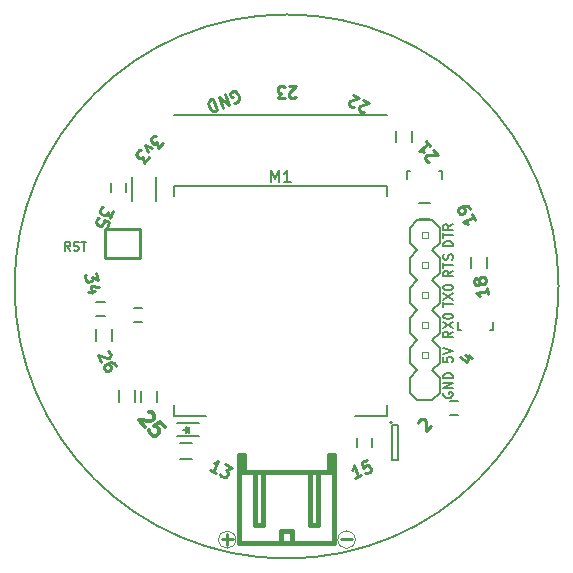
<source format=gbr>
G04 #@! TF.FileFunction,Legend,Top*
%FSLAX46Y46*%
G04 Gerber Fmt 4.6, Leading zero omitted, Abs format (unit mm)*
G04 Created by KiCad (PCBNEW (2015-01-16 BZR 5376)-product) date 27-Apr-17 6:47:25 PM*
%MOMM*%
G01*
G04 APERTURE LIST*
%ADD10C,0.100000*%
%ADD11C,0.190500*%
%ADD12C,0.250000*%
%ADD13C,0.200000*%
%ADD14C,0.300000*%
%ADD15C,0.150000*%
%ADD16C,0.254000*%
%ADD17C,0.066040*%
%ADD18C,0.203200*%
%ADD19C,0.381000*%
G04 APERTURE END LIST*
D10*
D11*
X66003715Y-141505214D02*
X65749715Y-141142357D01*
X65568287Y-141505214D02*
X65568287Y-140743214D01*
X65858572Y-140743214D01*
X65931144Y-140779500D01*
X65967429Y-140815786D01*
X66003715Y-140888357D01*
X66003715Y-140997214D01*
X65967429Y-141069786D01*
X65931144Y-141106071D01*
X65858572Y-141142357D01*
X65568287Y-141142357D01*
X66294001Y-141468929D02*
X66402858Y-141505214D01*
X66584287Y-141505214D01*
X66656858Y-141468929D01*
X66693144Y-141432643D01*
X66729429Y-141360071D01*
X66729429Y-141287500D01*
X66693144Y-141214929D01*
X66656858Y-141178643D01*
X66584287Y-141142357D01*
X66439144Y-141106071D01*
X66366572Y-141069786D01*
X66330287Y-141033500D01*
X66294001Y-140960929D01*
X66294001Y-140888357D01*
X66330287Y-140815786D01*
X66366572Y-140779500D01*
X66439144Y-140743214D01*
X66620572Y-140743214D01*
X66729429Y-140779500D01*
X66947143Y-140743214D02*
X67382572Y-140743214D01*
X67164858Y-141505214D02*
X67164858Y-140743214D01*
D10*
X90149837Y-165963600D02*
G75*
G03X90149837Y-165963600I-741837J0D01*
G01*
X80021697Y-165963600D02*
G75*
G03X80021697Y-165963600I-722897J0D01*
G01*
D12*
X78841657Y-165947714D02*
X79755943Y-165947714D01*
X79298800Y-166404857D02*
X79298800Y-165490571D01*
D13*
X97644000Y-153517523D02*
X97605905Y-153593714D01*
X97605905Y-153707999D01*
X97644000Y-153822285D01*
X97720190Y-153898476D01*
X97796381Y-153936571D01*
X97948762Y-153974666D01*
X98063048Y-153974666D01*
X98215429Y-153936571D01*
X98291619Y-153898476D01*
X98367810Y-153822285D01*
X98405905Y-153707999D01*
X98405905Y-153631809D01*
X98367810Y-153517523D01*
X98329714Y-153479428D01*
X98063048Y-153479428D01*
X98063048Y-153631809D01*
X98405905Y-153136571D02*
X97605905Y-153136571D01*
X98405905Y-152679428D01*
X97605905Y-152679428D01*
X98405905Y-152298476D02*
X97605905Y-152298476D01*
X97605905Y-152108000D01*
X97644000Y-151993714D01*
X97720190Y-151917523D01*
X97796381Y-151879428D01*
X97948762Y-151841333D01*
X98063048Y-151841333D01*
X98215429Y-151879428D01*
X98291619Y-151917523D01*
X98367810Y-151993714D01*
X98405905Y-152108000D01*
X98405905Y-152298476D01*
X97605905Y-150520380D02*
X97605905Y-150901333D01*
X97986857Y-150939428D01*
X97948762Y-150901333D01*
X97910667Y-150825142D01*
X97910667Y-150634666D01*
X97948762Y-150558476D01*
X97986857Y-150520380D01*
X98063048Y-150482285D01*
X98253524Y-150482285D01*
X98329714Y-150520380D01*
X98367810Y-150558476D01*
X98405905Y-150634666D01*
X98405905Y-150825142D01*
X98367810Y-150901333D01*
X98329714Y-150939428D01*
X97605905Y-150253714D02*
X98405905Y-149987047D01*
X97605905Y-149720380D01*
X98405905Y-148342286D02*
X98024952Y-148608953D01*
X98405905Y-148799429D02*
X97605905Y-148799429D01*
X97605905Y-148494667D01*
X97644000Y-148418476D01*
X97682095Y-148380381D01*
X97758286Y-148342286D01*
X97872571Y-148342286D01*
X97948762Y-148380381D01*
X97986857Y-148418476D01*
X98024952Y-148494667D01*
X98024952Y-148799429D01*
X97605905Y-148075619D02*
X98405905Y-147542286D01*
X97605905Y-147542286D02*
X98405905Y-148075619D01*
X97605905Y-147085143D02*
X97605905Y-147008952D01*
X97644000Y-146932762D01*
X97682095Y-146894667D01*
X97758286Y-146856571D01*
X97910667Y-146818476D01*
X98101143Y-146818476D01*
X98253524Y-146856571D01*
X98329714Y-146894667D01*
X98367810Y-146932762D01*
X98405905Y-147008952D01*
X98405905Y-147085143D01*
X98367810Y-147161333D01*
X98329714Y-147199429D01*
X98253524Y-147237524D01*
X98101143Y-147275619D01*
X97910667Y-147275619D01*
X97758286Y-147237524D01*
X97682095Y-147199429D01*
X97644000Y-147161333D01*
X97605905Y-147085143D01*
X97605905Y-146278477D02*
X97605905Y-145821334D01*
X98405905Y-146049905D02*
X97605905Y-146049905D01*
X97605905Y-145630857D02*
X98405905Y-145097524D01*
X97605905Y-145097524D02*
X98405905Y-145630857D01*
X97605905Y-144640381D02*
X97605905Y-144564190D01*
X97644000Y-144488000D01*
X97682095Y-144449905D01*
X97758286Y-144411809D01*
X97910667Y-144373714D01*
X98101143Y-144373714D01*
X98253524Y-144411809D01*
X98329714Y-144449905D01*
X98367810Y-144488000D01*
X98405905Y-144564190D01*
X98405905Y-144640381D01*
X98367810Y-144716571D01*
X98329714Y-144754667D01*
X98253524Y-144792762D01*
X98101143Y-144830857D01*
X97910667Y-144830857D01*
X97758286Y-144792762D01*
X97682095Y-144754667D01*
X97644000Y-144716571D01*
X97605905Y-144640381D01*
X98405905Y-143186095D02*
X98024952Y-143452762D01*
X98405905Y-143643238D02*
X97605905Y-143643238D01*
X97605905Y-143338476D01*
X97644000Y-143262285D01*
X97682095Y-143224190D01*
X97758286Y-143186095D01*
X97872571Y-143186095D01*
X97948762Y-143224190D01*
X97986857Y-143262285D01*
X98024952Y-143338476D01*
X98024952Y-143643238D01*
X97605905Y-142957524D02*
X97605905Y-142500381D01*
X98405905Y-142728952D02*
X97605905Y-142728952D01*
X98367810Y-142271809D02*
X98405905Y-142157523D01*
X98405905Y-141967047D01*
X98367810Y-141890857D01*
X98329714Y-141852761D01*
X98253524Y-141814666D01*
X98177333Y-141814666D01*
X98101143Y-141852761D01*
X98063048Y-141890857D01*
X98024952Y-141967047D01*
X97986857Y-142119428D01*
X97948762Y-142195619D01*
X97910667Y-142233714D01*
X97834476Y-142271809D01*
X97758286Y-142271809D01*
X97682095Y-142233714D01*
X97644000Y-142195619D01*
X97605905Y-142119428D01*
X97605905Y-141928952D01*
X97644000Y-141814666D01*
X98405905Y-141122286D02*
X97605905Y-141122286D01*
X97605905Y-140931810D01*
X97644000Y-140817524D01*
X97720190Y-140741333D01*
X97796381Y-140703238D01*
X97948762Y-140665143D01*
X98063048Y-140665143D01*
X98215429Y-140703238D01*
X98291619Y-140741333D01*
X98367810Y-140817524D01*
X98405905Y-140931810D01*
X98405905Y-141122286D01*
X97605905Y-140436572D02*
X97605905Y-139979429D01*
X98405905Y-140208000D02*
X97605905Y-140208000D01*
X98405905Y-139255619D02*
X98024952Y-139522286D01*
X98405905Y-139712762D02*
X97605905Y-139712762D01*
X97605905Y-139408000D01*
X97644000Y-139331809D01*
X97682095Y-139293714D01*
X97758286Y-139255619D01*
X97872571Y-139255619D01*
X97948762Y-139293714D01*
X97986857Y-139331809D01*
X98024952Y-139408000D01*
X98024952Y-139712762D01*
D12*
X85089905Y-128468381D02*
X85042286Y-128516000D01*
X84947048Y-128563619D01*
X84708952Y-128563619D01*
X84613714Y-128516000D01*
X84566095Y-128468381D01*
X84518476Y-128373143D01*
X84518476Y-128277905D01*
X84566095Y-128135048D01*
X85137524Y-127563619D01*
X84518476Y-127563619D01*
X84185143Y-128563619D02*
X83566095Y-128563619D01*
X83899429Y-128182667D01*
X83756571Y-128182667D01*
X83661333Y-128135048D01*
X83613714Y-128087429D01*
X83566095Y-127992190D01*
X83566095Y-127754095D01*
X83613714Y-127658857D01*
X83661333Y-127611238D01*
X83756571Y-127563619D01*
X84042286Y-127563619D01*
X84137524Y-127611238D01*
X84185143Y-127658857D01*
X90653735Y-160510246D02*
X90116767Y-160705686D01*
X90385250Y-160607966D02*
X90043230Y-159668273D01*
X90002596Y-159835088D01*
X89945674Y-159957156D01*
X89872467Y-160034477D01*
X91161913Y-159261106D02*
X90714439Y-159423973D01*
X90832559Y-159887732D01*
X90861019Y-159826698D01*
X90934227Y-159749378D01*
X91157964Y-159667944D01*
X91263745Y-159680118D01*
X91324779Y-159708578D01*
X91402100Y-159781787D01*
X91483533Y-160005523D01*
X91471359Y-160111304D01*
X91442899Y-160172338D01*
X91369691Y-160249659D01*
X91145954Y-160331092D01*
X91040173Y-160318919D01*
X90979139Y-160290458D01*
X95490088Y-156092149D02*
X95490088Y-156024805D01*
X95523760Y-155923790D01*
X95692119Y-155755431D01*
X95793134Y-155721759D01*
X95860478Y-155721759D01*
X95961493Y-155755431D01*
X96028836Y-155822774D01*
X96096180Y-155957461D01*
X96096180Y-156765584D01*
X96533913Y-156327851D01*
X99431784Y-150369720D02*
X100058246Y-150597734D01*
X98992373Y-150463164D02*
X99582149Y-150931200D01*
X99793875Y-150349485D01*
X101316584Y-144635027D02*
X101415812Y-145197775D01*
X101366198Y-144916401D02*
X100381390Y-145090050D01*
X100538615Y-145159034D01*
X100648944Y-145236287D01*
X100712377Y-145321809D01*
X100654609Y-144171508D02*
X100624251Y-144273568D01*
X100585625Y-144328733D01*
X100500103Y-144392166D01*
X100453207Y-144400435D01*
X100351147Y-144370077D01*
X100295982Y-144331451D01*
X100232549Y-144245929D01*
X100199473Y-144058345D01*
X100229831Y-143956285D01*
X100268457Y-143901121D01*
X100353979Y-143837687D01*
X100400875Y-143829418D01*
X100502935Y-143859776D01*
X100558100Y-143898403D01*
X100621533Y-143983925D01*
X100654609Y-144171508D01*
X100718042Y-144257030D01*
X100773207Y-144295657D01*
X100875268Y-144326014D01*
X101062850Y-144292938D01*
X101148372Y-144229505D01*
X101186999Y-144174340D01*
X101217357Y-144072280D01*
X101184281Y-143884697D01*
X101120847Y-143799175D01*
X101065683Y-143760548D01*
X100963623Y-143730191D01*
X100776040Y-143763267D01*
X100690517Y-143826700D01*
X100651891Y-143881865D01*
X100621533Y-143983925D01*
X100058495Y-138411445D02*
X100299991Y-138929336D01*
X100179243Y-138670391D02*
X99272936Y-139093009D01*
X99442657Y-139118950D01*
X99569222Y-139165016D01*
X99652628Y-139231206D01*
X99857248Y-137979871D02*
X99776750Y-137807241D01*
X99693343Y-137741050D01*
X99630060Y-137718017D01*
X99460339Y-137692076D01*
X99267584Y-137729417D01*
X98922324Y-137890415D01*
X98856133Y-137973822D01*
X98833100Y-138037104D01*
X98830192Y-138143543D01*
X98910691Y-138316174D01*
X98994098Y-138382364D01*
X99057380Y-138405397D01*
X99163820Y-138408305D01*
X99379607Y-138307682D01*
X99445798Y-138224275D01*
X99468831Y-138160993D01*
X99471739Y-138054553D01*
X99391240Y-137881922D01*
X99307834Y-137815732D01*
X99244551Y-137792700D01*
X99138111Y-137789791D01*
X96409199Y-133970438D02*
X96342112Y-133964569D01*
X96244416Y-133922221D01*
X96091371Y-133739829D01*
X96066631Y-133636263D01*
X96072501Y-133569176D01*
X96114848Y-133471480D01*
X96187805Y-133410262D01*
X96327848Y-133354914D01*
X97132896Y-133425346D01*
X96734980Y-132951128D01*
X96122801Y-132221562D02*
X96490108Y-132659302D01*
X96306455Y-132440432D02*
X95540410Y-133083220D01*
X95711063Y-133064350D01*
X95845237Y-133076089D01*
X95942934Y-133118436D01*
X90897486Y-129780972D02*
X90833438Y-129801782D01*
X90726962Y-129800974D01*
X90514817Y-129692881D01*
X90451578Y-129607215D01*
X90430768Y-129543167D01*
X90431576Y-129436691D01*
X90474813Y-129351833D01*
X90582098Y-129246165D01*
X91350668Y-128996442D01*
X90799092Y-128715400D01*
X90048908Y-129348600D02*
X89984861Y-129369410D01*
X89878384Y-129368602D01*
X89666239Y-129260509D01*
X89603000Y-129174843D01*
X89582190Y-129110795D01*
X89582998Y-129004319D01*
X89626235Y-128919461D01*
X89733520Y-128813793D01*
X90502090Y-128564070D01*
X89950514Y-128283028D01*
X79880966Y-128987260D02*
X79986747Y-128999434D01*
X80120988Y-128950574D01*
X80238944Y-128856966D01*
X80295865Y-128734898D01*
X80308039Y-128629117D01*
X80287640Y-128433842D01*
X80238780Y-128299599D01*
X80128886Y-128136897D01*
X80051565Y-128063689D01*
X79929498Y-128006768D01*
X79778968Y-128010881D01*
X79689474Y-128043454D01*
X79571519Y-128137062D01*
X79543058Y-128198096D01*
X79657065Y-128511326D01*
X79836054Y-128446179D01*
X79107760Y-128255181D02*
X79449780Y-129194874D01*
X78570792Y-128450621D01*
X78912812Y-129390314D01*
X78123320Y-128613488D02*
X78465340Y-129553180D01*
X78241604Y-129634614D01*
X78091075Y-129638727D01*
X77969007Y-129581806D01*
X77891687Y-129508598D01*
X77781793Y-129345896D01*
X77732932Y-129211653D01*
X77712533Y-129016377D01*
X77724707Y-128910596D01*
X77781628Y-128788529D01*
X77899584Y-128694921D01*
X78123320Y-128613488D01*
X73873019Y-132387431D02*
X73435286Y-132825164D01*
X73401615Y-132320088D01*
X73300599Y-132421104D01*
X73199584Y-132454776D01*
X73132240Y-132454776D01*
X73031224Y-132421103D01*
X72862866Y-132252745D01*
X72829194Y-132151729D01*
X72829194Y-132084386D01*
X72862866Y-131983371D01*
X73064897Y-131781340D01*
X73165912Y-131747668D01*
X73233255Y-131747668D01*
X72963882Y-132825164D02*
X72324118Y-132522118D01*
X72627164Y-133161882D01*
X72660836Y-133599615D02*
X72223102Y-134037348D01*
X72189431Y-133532271D01*
X72088416Y-133633287D01*
X71987400Y-133666959D01*
X71920057Y-133666959D01*
X71819041Y-133633286D01*
X71650683Y-133464928D01*
X71617011Y-133363913D01*
X71617011Y-133296569D01*
X71650683Y-133195554D01*
X71852714Y-132993523D01*
X71953729Y-132959851D01*
X72021072Y-132959851D01*
X69625467Y-138110593D02*
X69413740Y-138692308D01*
X69169769Y-138248783D01*
X69120909Y-138383026D01*
X69043588Y-138456233D01*
X68982555Y-138484694D01*
X68876773Y-138496868D01*
X68653036Y-138415434D01*
X68579829Y-138338114D01*
X68551368Y-138277080D01*
X68539194Y-138171299D01*
X68636914Y-137902815D01*
X68714235Y-137829607D01*
X68775269Y-137801146D01*
X69104293Y-139542506D02*
X69267160Y-139095033D01*
X68835975Y-138887419D01*
X68864435Y-138948453D01*
X68876609Y-139054234D01*
X68795176Y-139277971D01*
X68717855Y-139351179D01*
X68656821Y-139379639D01*
X68551039Y-139391813D01*
X68327303Y-139310380D01*
X68254095Y-139233059D01*
X68225635Y-139172025D01*
X68213461Y-139066244D01*
X68294894Y-138842507D01*
X68372215Y-138769299D01*
X68433249Y-138740839D01*
X68216727Y-143379681D02*
X68324224Y-143989325D01*
X67891176Y-143727206D01*
X67915983Y-143867894D01*
X67885626Y-143969954D01*
X67846999Y-144025119D01*
X67761476Y-144088552D01*
X67526998Y-144129897D01*
X67424938Y-144099539D01*
X67369774Y-144060913D01*
X67306340Y-143975391D01*
X67256726Y-143694016D01*
X67287084Y-143591956D01*
X67325710Y-143536792D01*
X68144796Y-144891328D02*
X67488257Y-145007094D01*
X68478616Y-144590698D02*
X67733836Y-144480255D01*
X67841333Y-145089898D01*
X69176001Y-149994295D02*
X69239284Y-150017328D01*
X69322690Y-150083518D01*
X69423314Y-150299306D01*
X69420406Y-150405746D01*
X69397373Y-150469028D01*
X69331183Y-150552435D01*
X69244868Y-150592684D01*
X69095271Y-150609901D01*
X68335884Y-150333507D01*
X68597505Y-150894555D01*
X69866057Y-151248772D02*
X69785558Y-151076141D01*
X69702151Y-151009951D01*
X69638869Y-150986918D01*
X69469147Y-150960977D01*
X69276393Y-150998318D01*
X68931132Y-151159316D01*
X68864942Y-151242723D01*
X68841909Y-151306005D01*
X68839001Y-151412444D01*
X68919500Y-151585075D01*
X69002907Y-151651265D01*
X69066189Y-151674298D01*
X69172628Y-151677206D01*
X69388416Y-151576583D01*
X69454607Y-151493176D01*
X69477640Y-151429894D01*
X69480548Y-151323454D01*
X69400049Y-151150823D01*
X69316642Y-151084633D01*
X69253360Y-151061600D01*
X69146919Y-151058692D01*
X78364908Y-160336600D02*
X77855761Y-160077177D01*
X78110334Y-160206888D02*
X78564325Y-159315882D01*
X78414611Y-159399931D01*
X78286516Y-159441552D01*
X78180040Y-159440743D01*
X79115900Y-159596924D02*
X79667476Y-159877966D01*
X79197525Y-160066066D01*
X79324812Y-160130922D01*
X79388051Y-160216588D01*
X79408862Y-160280635D01*
X79408053Y-160387112D01*
X79299960Y-160599257D01*
X79214294Y-160662496D01*
X79150247Y-160683306D01*
X79043770Y-160682498D01*
X78789196Y-160552786D01*
X78725957Y-160467120D01*
X78705147Y-160403072D01*
X88950857Y-165947714D02*
X89865143Y-165947714D01*
D14*
X72719001Y-155116953D02*
X72802860Y-155124290D01*
X72924981Y-155177224D01*
X73116287Y-155405214D01*
X73147211Y-155534670D01*
X73139874Y-155618530D01*
X73086940Y-155740650D01*
X72995744Y-155817172D01*
X72820689Y-155886357D01*
X71814380Y-155798317D01*
X72311776Y-156391090D01*
X73996293Y-156453965D02*
X73613682Y-155997986D01*
X73119442Y-156334999D01*
X73203301Y-156342336D01*
X73325421Y-156395272D01*
X73516727Y-156623261D01*
X73547651Y-156752717D01*
X73540314Y-156836576D01*
X73487380Y-156958697D01*
X73259390Y-157150003D01*
X73129933Y-157180927D01*
X73046074Y-157173590D01*
X72923954Y-157120656D01*
X72732649Y-156892666D01*
X72701724Y-156763209D01*
X72709060Y-156679350D01*
D15*
X107358112Y-144526000D02*
G75*
G03X107358112Y-144526000I-23030112J0D01*
G01*
D16*
X68921500Y-139656500D02*
X68921500Y-142156500D01*
X68921500Y-142156500D02*
X71921500Y-142156500D01*
X71921500Y-142156500D02*
X71921500Y-139656500D01*
X71921500Y-139656500D02*
X68921500Y-139656500D01*
D15*
X74820000Y-135998000D02*
X74820000Y-136898000D01*
X92820000Y-155498000D02*
X92820000Y-154598000D01*
X74820000Y-155498000D02*
X74820000Y-154598000D01*
X74820000Y-135998000D02*
X92820000Y-135998000D01*
X92820000Y-135998000D02*
X92820000Y-136898000D01*
X92820000Y-155498000D02*
X90120000Y-155498000D01*
X74820000Y-155498000D02*
X77520000Y-155498000D01*
X74820000Y-135998000D02*
X92820000Y-135998000D01*
X74820000Y-129998000D02*
X92820000Y-129998000D01*
D17*
X96266000Y-140462000D02*
X96266000Y-139954000D01*
X96266000Y-139954000D02*
X95758000Y-139954000D01*
X95758000Y-140462000D02*
X95758000Y-139954000D01*
X96266000Y-140462000D02*
X95758000Y-140462000D01*
X96266000Y-143002000D02*
X96266000Y-142494000D01*
X96266000Y-142494000D02*
X95758000Y-142494000D01*
X95758000Y-143002000D02*
X95758000Y-142494000D01*
X96266000Y-143002000D02*
X95758000Y-143002000D01*
X96266000Y-145542000D02*
X96266000Y-145034000D01*
X96266000Y-145034000D02*
X95758000Y-145034000D01*
X95758000Y-145542000D02*
X95758000Y-145034000D01*
X96266000Y-145542000D02*
X95758000Y-145542000D01*
X96266000Y-148082000D02*
X96266000Y-147574000D01*
X96266000Y-147574000D02*
X95758000Y-147574000D01*
X95758000Y-148082000D02*
X95758000Y-147574000D01*
X96266000Y-148082000D02*
X95758000Y-148082000D01*
X96266000Y-150622000D02*
X96266000Y-150114000D01*
X96266000Y-150114000D02*
X95758000Y-150114000D01*
X95758000Y-150622000D02*
X95758000Y-150114000D01*
X96266000Y-150622000D02*
X95758000Y-150622000D01*
D18*
X95377000Y-141478000D02*
X94742000Y-140843000D01*
X94742000Y-140843000D02*
X94742000Y-139573000D01*
X94742000Y-139573000D02*
X95377000Y-138938000D01*
X96647000Y-138938000D02*
X97282000Y-139573000D01*
X97282000Y-139573000D02*
X97282000Y-140843000D01*
X97282000Y-140843000D02*
X96647000Y-141478000D01*
X94742000Y-145923000D02*
X94742000Y-144653000D01*
X94742000Y-144653000D02*
X95377000Y-144018000D01*
X96647000Y-144018000D02*
X97282000Y-144653000D01*
X95377000Y-144018000D02*
X94742000Y-143383000D01*
X94742000Y-143383000D02*
X94742000Y-142113000D01*
X94742000Y-142113000D02*
X95377000Y-141478000D01*
X96647000Y-141478000D02*
X97282000Y-142113000D01*
X97282000Y-142113000D02*
X97282000Y-143383000D01*
X97282000Y-143383000D02*
X96647000Y-144018000D01*
X95377000Y-149098000D02*
X94742000Y-148463000D01*
X94742000Y-148463000D02*
X94742000Y-147193000D01*
X94742000Y-147193000D02*
X95377000Y-146558000D01*
X96647000Y-146558000D02*
X97282000Y-147193000D01*
X97282000Y-147193000D02*
X97282000Y-148463000D01*
X97282000Y-148463000D02*
X96647000Y-149098000D01*
X94742000Y-145923000D02*
X95377000Y-146558000D01*
X96647000Y-146558000D02*
X97282000Y-145923000D01*
X97282000Y-144653000D02*
X97282000Y-145923000D01*
X94742000Y-153543000D02*
X94742000Y-152273000D01*
X94742000Y-152273000D02*
X95377000Y-151638000D01*
X96647000Y-151638000D02*
X97282000Y-152273000D01*
X95377000Y-151638000D02*
X94742000Y-151003000D01*
X94742000Y-151003000D02*
X94742000Y-149733000D01*
X94742000Y-149733000D02*
X95377000Y-149098000D01*
X96647000Y-149098000D02*
X97282000Y-149733000D01*
X97282000Y-149733000D02*
X97282000Y-151003000D01*
X97282000Y-151003000D02*
X96647000Y-151638000D01*
X95377000Y-154178000D02*
X96647000Y-154178000D01*
X94742000Y-153543000D02*
X95377000Y-154178000D01*
X96647000Y-154178000D02*
X97282000Y-153543000D01*
X97282000Y-152273000D02*
X97282000Y-153543000D01*
X95377000Y-138938000D02*
X96647000Y-138938000D01*
D15*
X71238000Y-135271000D02*
X71238000Y-137271000D01*
X73288000Y-137271000D02*
X73288000Y-135271000D01*
X69504000Y-136494000D02*
X69504000Y-135794000D01*
X70704000Y-135794000D02*
X70704000Y-136494000D01*
X68230000Y-145831000D02*
X68930000Y-145831000D01*
X68930000Y-147031000D02*
X68230000Y-147031000D01*
X72105000Y-147539000D02*
X71405000Y-147539000D01*
X71405000Y-146339000D02*
X72105000Y-146339000D01*
X90332000Y-158084000D02*
X90332000Y-157384000D01*
X91532000Y-157384000D02*
X91532000Y-158084000D01*
X98151200Y-154238400D02*
X98851200Y-154238400D01*
X98851200Y-155438400D02*
X98151200Y-155438400D01*
X76944400Y-156117200D02*
X75044400Y-156117200D01*
X76944400Y-157217200D02*
X75044400Y-157217200D01*
X76044400Y-156667200D02*
X75594400Y-156667200D01*
X76094400Y-156917200D02*
X76094400Y-156417200D01*
X76094400Y-156667200D02*
X75844400Y-156917200D01*
X75844400Y-156917200D02*
X75844400Y-156417200D01*
X75844400Y-156417200D02*
X76094400Y-156667200D01*
X97311160Y-134731760D02*
X97262900Y-134731760D01*
X94512180Y-135432800D02*
X94512180Y-134731760D01*
X94512180Y-134731760D02*
X94761100Y-134731760D01*
X97311160Y-134731760D02*
X97511820Y-134731760D01*
X97511820Y-134731760D02*
X97511820Y-135432800D01*
X99030840Y-148224240D02*
X99079100Y-148224240D01*
X101829820Y-147523200D02*
X101829820Y-148224240D01*
X101829820Y-148224240D02*
X101580900Y-148224240D01*
X99030840Y-148224240D02*
X98830180Y-148224240D01*
X98830180Y-148224240D02*
X98830180Y-147523200D01*
X93559000Y-132326000D02*
X93559000Y-131326000D01*
X94909000Y-131326000D02*
X94909000Y-132326000D01*
X76344400Y-159094800D02*
X75344400Y-159094800D01*
X75344400Y-157744800D02*
X76344400Y-157744800D01*
X71515600Y-153322400D02*
X71515600Y-154322400D01*
X70165600Y-154322400D02*
X70165600Y-153322400D01*
X68184400Y-149115400D02*
X68184400Y-148115400D01*
X69534400Y-148115400D02*
X69534400Y-149115400D01*
X73395200Y-153347800D02*
X73395200Y-154347800D01*
X72045200Y-154347800D02*
X72045200Y-153347800D01*
X96512000Y-138851000D02*
X95512000Y-138851000D01*
X95512000Y-137501000D02*
X96512000Y-137501000D01*
X101259000Y-141994000D02*
X101259000Y-142994000D01*
X99909000Y-142994000D02*
X99909000Y-141994000D01*
X93272000Y-156034000D02*
G75*
G03X93272000Y-156034000I-100000J0D01*
G01*
X93722000Y-156284000D02*
X93222000Y-156284000D01*
X93722000Y-159184000D02*
X93722000Y-156284000D01*
X93222000Y-159184000D02*
X93722000Y-159184000D01*
X93222000Y-156284000D02*
X93222000Y-159184000D01*
D19*
X80327500Y-166258240D02*
X80327500Y-158757620D01*
X88328500Y-158757620D02*
X88328500Y-166258240D01*
X88328500Y-158757620D02*
X87927180Y-158757620D01*
X88127840Y-160258760D02*
X88127840Y-158757620D01*
X87927180Y-158757620D02*
X87927180Y-160258760D01*
X80528160Y-158757620D02*
X80528160Y-160258760D01*
X80728820Y-160258760D02*
X80728820Y-158757620D01*
X80728820Y-158757620D02*
X80327500Y-158757620D01*
X83827620Y-166258240D02*
X83827620Y-165257480D01*
X83827620Y-165257480D02*
X84828380Y-165257480D01*
X84828380Y-165257480D02*
X84828380Y-166258240D01*
X82329020Y-160258760D02*
X82329020Y-164757100D01*
X82329020Y-164757100D02*
X81627980Y-164757100D01*
X81627980Y-164757100D02*
X81627980Y-160258760D01*
X86326980Y-160258760D02*
X86326980Y-164757100D01*
X86326980Y-164757100D02*
X87028020Y-164757100D01*
X87028020Y-164757100D02*
X87028020Y-160258760D01*
X80327500Y-166258240D02*
X88328500Y-166258240D01*
X88328500Y-160258760D02*
X80327500Y-160258760D01*
X83027520Y-166258240D02*
X82727800Y-166258240D01*
D15*
X83010476Y-135700381D02*
X83010476Y-134700381D01*
X83343810Y-135414667D01*
X83677143Y-134700381D01*
X83677143Y-135700381D01*
X84677143Y-135700381D02*
X84105714Y-135700381D01*
X84391428Y-135700381D02*
X84391428Y-134700381D01*
X84296190Y-134843238D01*
X84200952Y-134938476D01*
X84105714Y-134986095D01*
M02*

</source>
